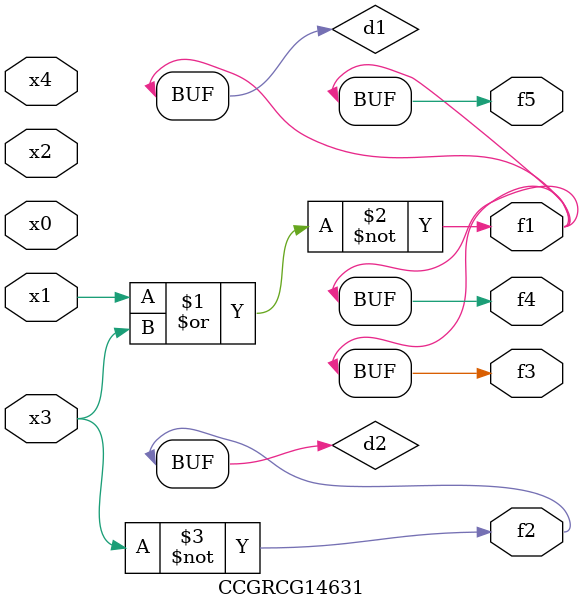
<source format=v>
module CCGRCG14631(
	input x0, x1, x2, x3, x4,
	output f1, f2, f3, f4, f5
);

	wire d1, d2;

	nor (d1, x1, x3);
	not (d2, x3);
	assign f1 = d1;
	assign f2 = d2;
	assign f3 = d1;
	assign f4 = d1;
	assign f5 = d1;
endmodule

</source>
